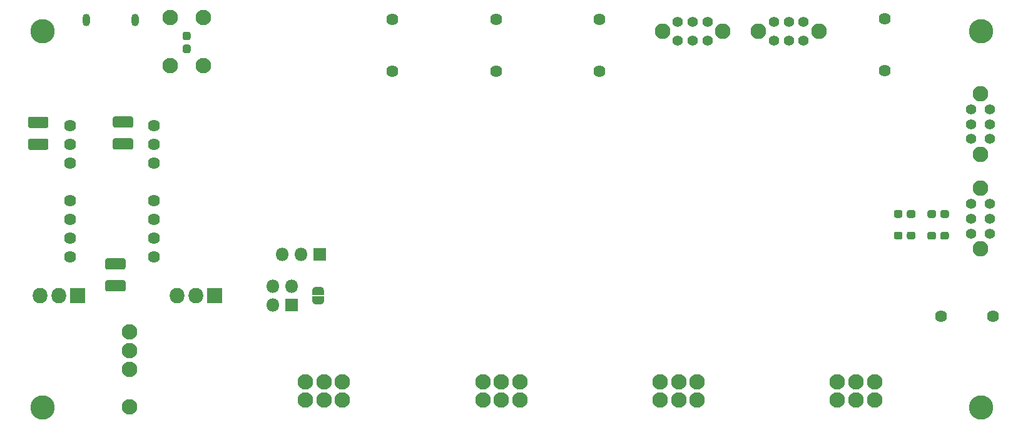
<source format=gbs>
G04 #@! TF.GenerationSoftware,KiCad,Pcbnew,(5.1.6)-1*
G04 #@! TF.CreationDate,2020-11-25T01:13:58+09:00*
G04 #@! TF.ProjectId,Mixer,4d697865-722e-46b6-9963-61645f706362,rev?*
G04 #@! TF.SameCoordinates,Original*
G04 #@! TF.FileFunction,Soldermask,Bot*
G04 #@! TF.FilePolarity,Negative*
%FSLAX46Y46*%
G04 Gerber Fmt 4.6, Leading zero omitted, Abs format (unit mm)*
G04 Created by KiCad (PCBNEW (5.1.6)-1) date 2020-11-25 01:13:58*
%MOMM*%
%LPD*%
G01*
G04 APERTURE LIST*
%ADD10C,3.300000*%
%ADD11C,0.100000*%
%ADD12O,1.800000X1.800000*%
%ADD13R,1.800000X1.800000*%
%ADD14C,2.100000*%
%ADD15C,2.106600*%
%ADD16C,1.420800*%
%ADD17C,1.624000*%
%ADD18O,1.000000X1.700000*%
%ADD19O,2.005000X2.100000*%
%ADD20R,2.005000X2.100000*%
G04 APERTURE END LIST*
D10*
X94000000Y-115000000D03*
X94000000Y-64000000D03*
X221000000Y-64000000D03*
X221000000Y-115000000D03*
D11*
G36*
X130518602Y-99165889D02*
G01*
X130518602Y-99147466D01*
X130518843Y-99142565D01*
X130523653Y-99093734D01*
X130524373Y-99088881D01*
X130533945Y-99040756D01*
X130535137Y-99035995D01*
X130549381Y-98989040D01*
X130551034Y-98984421D01*
X130569811Y-98939088D01*
X130571909Y-98934651D01*
X130595040Y-98891378D01*
X130597562Y-98887171D01*
X130624822Y-98846372D01*
X130627746Y-98842430D01*
X130658874Y-98804501D01*
X130662169Y-98800866D01*
X130696866Y-98766169D01*
X130700501Y-98762874D01*
X130738430Y-98731746D01*
X130742372Y-98728822D01*
X130783171Y-98701562D01*
X130787378Y-98699040D01*
X130830651Y-98675909D01*
X130835088Y-98673811D01*
X130880421Y-98655034D01*
X130885040Y-98653381D01*
X130931995Y-98639137D01*
X130936756Y-98637945D01*
X130984881Y-98628373D01*
X130989734Y-98627653D01*
X131038565Y-98622843D01*
X131043466Y-98622602D01*
X131061889Y-98622602D01*
X131068000Y-98622000D01*
X131568000Y-98622000D01*
X131574111Y-98622602D01*
X131592534Y-98622602D01*
X131597435Y-98622843D01*
X131646266Y-98627653D01*
X131651119Y-98628373D01*
X131699244Y-98637945D01*
X131704005Y-98639137D01*
X131750960Y-98653381D01*
X131755579Y-98655034D01*
X131800912Y-98673811D01*
X131805349Y-98675909D01*
X131848622Y-98699040D01*
X131852829Y-98701562D01*
X131893628Y-98728822D01*
X131897570Y-98731746D01*
X131935499Y-98762874D01*
X131939134Y-98766169D01*
X131973831Y-98800866D01*
X131977126Y-98804501D01*
X132008254Y-98842430D01*
X132011178Y-98846372D01*
X132038438Y-98887171D01*
X132040960Y-98891378D01*
X132064091Y-98934651D01*
X132066189Y-98939088D01*
X132084966Y-98984421D01*
X132086619Y-98989040D01*
X132100863Y-99035995D01*
X132102055Y-99040756D01*
X132111627Y-99088881D01*
X132112347Y-99093734D01*
X132117157Y-99142565D01*
X132117398Y-99147466D01*
X132117398Y-99165889D01*
X132118000Y-99172000D01*
X132118000Y-99672000D01*
X132117039Y-99681755D01*
X132114194Y-99691134D01*
X132109573Y-99699779D01*
X132103355Y-99707355D01*
X132095779Y-99713573D01*
X132087134Y-99718194D01*
X132077755Y-99721039D01*
X132068000Y-99722000D01*
X130568000Y-99722000D01*
X130558245Y-99721039D01*
X130548866Y-99718194D01*
X130540221Y-99713573D01*
X130532645Y-99707355D01*
X130526427Y-99699779D01*
X130521806Y-99691134D01*
X130518961Y-99681755D01*
X130518000Y-99672000D01*
X130518000Y-99172000D01*
X130518602Y-99165889D01*
G37*
G36*
X130518961Y-99962245D02*
G01*
X130521806Y-99952866D01*
X130526427Y-99944221D01*
X130532645Y-99936645D01*
X130540221Y-99930427D01*
X130548866Y-99925806D01*
X130558245Y-99922961D01*
X130568000Y-99922000D01*
X132068000Y-99922000D01*
X132077755Y-99922961D01*
X132087134Y-99925806D01*
X132095779Y-99930427D01*
X132103355Y-99936645D01*
X132109573Y-99944221D01*
X132114194Y-99952866D01*
X132117039Y-99962245D01*
X132118000Y-99972000D01*
X132118000Y-100472000D01*
X132117398Y-100478111D01*
X132117398Y-100496534D01*
X132117157Y-100501435D01*
X132112347Y-100550266D01*
X132111627Y-100555119D01*
X132102055Y-100603244D01*
X132100863Y-100608005D01*
X132086619Y-100654960D01*
X132084966Y-100659579D01*
X132066189Y-100704912D01*
X132064091Y-100709349D01*
X132040960Y-100752622D01*
X132038438Y-100756829D01*
X132011178Y-100797628D01*
X132008254Y-100801570D01*
X131977126Y-100839499D01*
X131973831Y-100843134D01*
X131939134Y-100877831D01*
X131935499Y-100881126D01*
X131897570Y-100912254D01*
X131893628Y-100915178D01*
X131852829Y-100942438D01*
X131848622Y-100944960D01*
X131805349Y-100968091D01*
X131800912Y-100970189D01*
X131755579Y-100988966D01*
X131750960Y-100990619D01*
X131704005Y-101004863D01*
X131699244Y-101006055D01*
X131651119Y-101015627D01*
X131646266Y-101016347D01*
X131597435Y-101021157D01*
X131592534Y-101021398D01*
X131574111Y-101021398D01*
X131568000Y-101022000D01*
X131068000Y-101022000D01*
X131061889Y-101021398D01*
X131043466Y-101021398D01*
X131038565Y-101021157D01*
X130989734Y-101016347D01*
X130984881Y-101015627D01*
X130936756Y-101006055D01*
X130931995Y-101004863D01*
X130885040Y-100990619D01*
X130880421Y-100988966D01*
X130835088Y-100970189D01*
X130830651Y-100968091D01*
X130787378Y-100944960D01*
X130783171Y-100942438D01*
X130742372Y-100915178D01*
X130738430Y-100912254D01*
X130700501Y-100881126D01*
X130696866Y-100877831D01*
X130662169Y-100843134D01*
X130658874Y-100839499D01*
X130627746Y-100801570D01*
X130624822Y-100797628D01*
X130597562Y-100756829D01*
X130595040Y-100752622D01*
X130571909Y-100709349D01*
X130569811Y-100704912D01*
X130551034Y-100659579D01*
X130549381Y-100654960D01*
X130535137Y-100608005D01*
X130533945Y-100603244D01*
X130524373Y-100555119D01*
X130523653Y-100550266D01*
X130518843Y-100501435D01*
X130518602Y-100496534D01*
X130518602Y-100478111D01*
X130518000Y-100472000D01*
X130518000Y-99972000D01*
X130518961Y-99962245D01*
G37*
D12*
X125222000Y-98552000D03*
X127762000Y-98552000D03*
X125222000Y-101092000D03*
D13*
X127762000Y-101092000D03*
D14*
X115824000Y-68700000D03*
X111324000Y-68700000D03*
X115824000Y-62200000D03*
X111324000Y-62200000D03*
D15*
X220962600Y-72506599D03*
X220962600Y-80706601D03*
D16*
X222207200Y-74600000D03*
X222207200Y-76606600D03*
X222207200Y-78613200D03*
X219718000Y-74600000D03*
X219718000Y-76606600D03*
X219718000Y-78613200D03*
D15*
X220962600Y-85306599D03*
X220962600Y-93506601D03*
D16*
X222207200Y-87400000D03*
X222207200Y-89406600D03*
X222207200Y-91413200D03*
X219718000Y-87400000D03*
X219718000Y-89406600D03*
X219718000Y-91413200D03*
G36*
G01*
X215525000Y-91976500D02*
X215525000Y-91451500D01*
G75*
G02*
X215787500Y-91189000I262500J0D01*
G01*
X216412500Y-91189000D01*
G75*
G02*
X216675000Y-91451500I0J-262500D01*
G01*
X216675000Y-91976500D01*
G75*
G02*
X216412500Y-92239000I-262500J0D01*
G01*
X215787500Y-92239000D01*
G75*
G02*
X215525000Y-91976500I0J262500D01*
G01*
G37*
G36*
G01*
X213775000Y-91976500D02*
X213775000Y-91451500D01*
G75*
G02*
X214037500Y-91189000I262500J0D01*
G01*
X214662500Y-91189000D01*
G75*
G02*
X214925000Y-91451500I0J-262500D01*
G01*
X214925000Y-91976500D01*
G75*
G02*
X214662500Y-92239000I-262500J0D01*
G01*
X214037500Y-92239000D01*
G75*
G02*
X213775000Y-91976500I0J262500D01*
G01*
G37*
G36*
G01*
X215525000Y-89035500D02*
X215525000Y-88510500D01*
G75*
G02*
X215787500Y-88248000I262500J0D01*
G01*
X216412500Y-88248000D01*
G75*
G02*
X216675000Y-88510500I0J-262500D01*
G01*
X216675000Y-89035500D01*
G75*
G02*
X216412500Y-89298000I-262500J0D01*
G01*
X215787500Y-89298000D01*
G75*
G02*
X215525000Y-89035500I0J262500D01*
G01*
G37*
G36*
G01*
X213775000Y-89035500D02*
X213775000Y-88510500D01*
G75*
G02*
X214037500Y-88248000I262500J0D01*
G01*
X214662500Y-88248000D01*
G75*
G02*
X214925000Y-88510500I0J-262500D01*
G01*
X214925000Y-89035500D01*
G75*
G02*
X214662500Y-89298000I-262500J0D01*
G01*
X214037500Y-89298000D01*
G75*
G02*
X213775000Y-89035500I0J262500D01*
G01*
G37*
G36*
G01*
X210393000Y-91431500D02*
X210393000Y-91956500D01*
G75*
G02*
X210130500Y-92219000I-262500J0D01*
G01*
X209505500Y-92219000D01*
G75*
G02*
X209243000Y-91956500I0J262500D01*
G01*
X209243000Y-91431500D01*
G75*
G02*
X209505500Y-91169000I262500J0D01*
G01*
X210130500Y-91169000D01*
G75*
G02*
X210393000Y-91431500I0J-262500D01*
G01*
G37*
G36*
G01*
X212143000Y-91431500D02*
X212143000Y-91956500D01*
G75*
G02*
X211880500Y-92219000I-262500J0D01*
G01*
X211255500Y-92219000D01*
G75*
G02*
X210993000Y-91956500I0J262500D01*
G01*
X210993000Y-91431500D01*
G75*
G02*
X211255500Y-91169000I262500J0D01*
G01*
X211880500Y-91169000D01*
G75*
G02*
X212143000Y-91431500I0J-262500D01*
G01*
G37*
G36*
G01*
X210393000Y-88510500D02*
X210393000Y-89035500D01*
G75*
G02*
X210130500Y-89298000I-262500J0D01*
G01*
X209505500Y-89298000D01*
G75*
G02*
X209243000Y-89035500I0J262500D01*
G01*
X209243000Y-88510500D01*
G75*
G02*
X209505500Y-88248000I262500J0D01*
G01*
X210130500Y-88248000D01*
G75*
G02*
X210393000Y-88510500I0J-262500D01*
G01*
G37*
G36*
G01*
X212143000Y-88510500D02*
X212143000Y-89035500D01*
G75*
G02*
X211880500Y-89298000I-262500J0D01*
G01*
X211255500Y-89298000D01*
G75*
G02*
X210993000Y-89035500I0J262500D01*
G01*
X210993000Y-88510500D01*
G75*
G02*
X211255500Y-88248000I262500J0D01*
G01*
X211880500Y-88248000D01*
G75*
G02*
X212143000Y-88510500I0J-262500D01*
G01*
G37*
D14*
X134600000Y-111500000D03*
X132100000Y-111500000D03*
X129600000Y-111500000D03*
X134600000Y-114000000D03*
X132100000Y-114000000D03*
X129600000Y-114000000D03*
D17*
X207977500Y-69340500D03*
X207977500Y-62340500D03*
X169400000Y-69404000D03*
X169400000Y-62404000D03*
D12*
X126492000Y-94234000D03*
X129032000Y-94234000D03*
D13*
X131572000Y-94234000D03*
D18*
X106600000Y-62484000D03*
X100000000Y-62484000D03*
G36*
G01*
X104993456Y-96303000D02*
X102778544Y-96303000D01*
G75*
G02*
X102511000Y-96035456I0J267544D01*
G01*
X102511000Y-95045544D01*
G75*
G02*
X102778544Y-94778000I267544J0D01*
G01*
X104993456Y-94778000D01*
G75*
G02*
X105261000Y-95045544I0J-267544D01*
G01*
X105261000Y-96035456D01*
G75*
G02*
X104993456Y-96303000I-267544J0D01*
G01*
G37*
G36*
G01*
X104993456Y-99278000D02*
X102778544Y-99278000D01*
G75*
G02*
X102511000Y-99010456I0J267544D01*
G01*
X102511000Y-98020544D01*
G75*
G02*
X102778544Y-97753000I267544J0D01*
G01*
X104993456Y-97753000D01*
G75*
G02*
X105261000Y-98020544I0J-267544D01*
G01*
X105261000Y-99010456D01*
G75*
G02*
X104993456Y-99278000I-267544J0D01*
G01*
G37*
G36*
G01*
X106031456Y-77088000D02*
X103816544Y-77088000D01*
G75*
G02*
X103549000Y-76820456I0J267544D01*
G01*
X103549000Y-75830544D01*
G75*
G02*
X103816544Y-75563000I267544J0D01*
G01*
X106031456Y-75563000D01*
G75*
G02*
X106299000Y-75830544I0J-267544D01*
G01*
X106299000Y-76820456D01*
G75*
G02*
X106031456Y-77088000I-267544J0D01*
G01*
G37*
G36*
G01*
X106031456Y-80063000D02*
X103816544Y-80063000D01*
G75*
G02*
X103549000Y-79795456I0J267544D01*
G01*
X103549000Y-78805544D01*
G75*
G02*
X103816544Y-78538000I267544J0D01*
G01*
X106031456Y-78538000D01*
G75*
G02*
X106299000Y-78805544I0J-267544D01*
G01*
X106299000Y-79795456D01*
G75*
G02*
X106031456Y-80063000I-267544J0D01*
G01*
G37*
G36*
G01*
X94553456Y-77124500D02*
X92338544Y-77124500D01*
G75*
G02*
X92071000Y-76856956I0J267544D01*
G01*
X92071000Y-75867044D01*
G75*
G02*
X92338544Y-75599500I267544J0D01*
G01*
X94553456Y-75599500D01*
G75*
G02*
X94821000Y-75867044I0J-267544D01*
G01*
X94821000Y-76856956D01*
G75*
G02*
X94553456Y-77124500I-267544J0D01*
G01*
G37*
G36*
G01*
X94553456Y-80099500D02*
X92338544Y-80099500D01*
G75*
G02*
X92071000Y-79831956I0J267544D01*
G01*
X92071000Y-78842044D01*
G75*
G02*
X92338544Y-78574500I267544J0D01*
G01*
X94553456Y-78574500D01*
G75*
G02*
X94821000Y-78842044I0J-267544D01*
G01*
X94821000Y-79831956D01*
G75*
G02*
X94553456Y-80099500I-267544J0D01*
G01*
G37*
D17*
X97764000Y-94577000D03*
X97764000Y-92037000D03*
X97764000Y-89497000D03*
X97764000Y-86957000D03*
X97764000Y-81877000D03*
X97764000Y-79337000D03*
X97764000Y-76797000D03*
X109115000Y-94577000D03*
X109115000Y-92037000D03*
X109115000Y-89497000D03*
X109115000Y-86957000D03*
X109115000Y-81877000D03*
X109115000Y-79337000D03*
X109115000Y-76797000D03*
D14*
X158600000Y-111500000D03*
X156100000Y-111500000D03*
X153600000Y-111500000D03*
X158600000Y-114000000D03*
X156100000Y-114000000D03*
X153600000Y-114000000D03*
D17*
X141400000Y-69400000D03*
X141400000Y-62400000D03*
D15*
X190906599Y-64037400D03*
X199106601Y-64037400D03*
D16*
X193000000Y-62792800D03*
X195006600Y-62792800D03*
X197013200Y-62792800D03*
X193000000Y-65282000D03*
X195006600Y-65282000D03*
X197013200Y-65282000D03*
D15*
X177906599Y-64037400D03*
X186106601Y-64037400D03*
D16*
X180000000Y-62792800D03*
X182006600Y-62792800D03*
X184013200Y-62792800D03*
X180000000Y-65282000D03*
X182006600Y-65282000D03*
X184013200Y-65282000D03*
G36*
G01*
X113800500Y-65232000D02*
X113275500Y-65232000D01*
G75*
G02*
X113013000Y-64969500I0J262500D01*
G01*
X113013000Y-64344500D01*
G75*
G02*
X113275500Y-64082000I262500J0D01*
G01*
X113800500Y-64082000D01*
G75*
G02*
X114063000Y-64344500I0J-262500D01*
G01*
X114063000Y-64969500D01*
G75*
G02*
X113800500Y-65232000I-262500J0D01*
G01*
G37*
G36*
G01*
X113800500Y-66982000D02*
X113275500Y-66982000D01*
G75*
G02*
X113013000Y-66719500I0J262500D01*
G01*
X113013000Y-66094500D01*
G75*
G02*
X113275500Y-65832000I262500J0D01*
G01*
X113800500Y-65832000D01*
G75*
G02*
X114063000Y-66094500I0J-262500D01*
G01*
X114063000Y-66719500D01*
G75*
G02*
X113800500Y-66982000I-262500J0D01*
G01*
G37*
D14*
X182600000Y-111500000D03*
X180100000Y-111500000D03*
X177600000Y-111500000D03*
X182600000Y-114000000D03*
X180100000Y-114000000D03*
X177600000Y-114000000D03*
X206600000Y-111500000D03*
X204100000Y-111500000D03*
X201600000Y-111500000D03*
X206600000Y-114000000D03*
X204100000Y-114000000D03*
X201600000Y-114000000D03*
X105800000Y-104740000D03*
X105800000Y-107280000D03*
X105800000Y-109820000D03*
X105800000Y-114900000D03*
D17*
X155399500Y-69404000D03*
X155399500Y-62404000D03*
X215600000Y-102600000D03*
X222600000Y-102600000D03*
D19*
X93720000Y-99800000D03*
X96260000Y-99800000D03*
D20*
X98800000Y-99800000D03*
D19*
X112242000Y-99800000D03*
X114782000Y-99800000D03*
D20*
X117322000Y-99800000D03*
M02*

</source>
